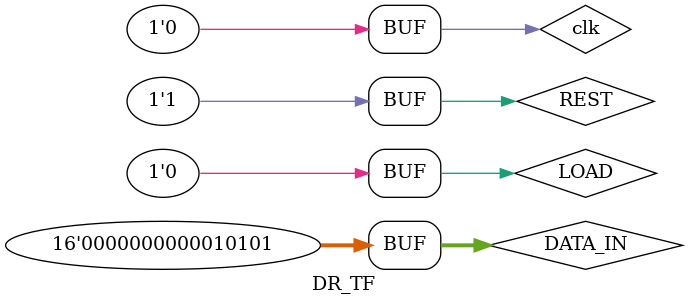
<source format=v>
`timescale 1ns / 1ps


module DR_TF;

	// Inputs
	reg [15:0] DATA_IN;
	reg REST;
	reg clk;
	reg LOAD;

	// Outputs
	wire [15:0] DATA_OUT;

	// Instantiate the Unit Under Test (UUT)
	DR uut (
		.DATA_IN(DATA_IN), 
		.REST(REST), 
		.clk(clk), 
		.DATA_OUT(DATA_OUT), 
		.LOAD(LOAD)
	);
	always
	begin
	clk = 1;
	#10;
	clk = 0;
	#10;
	end
	initial begin
		// Initialize Inputs
		DATA_IN = 0;
		REST = 1;
		LOAD = 0;
		// Wait 100 ns for global reset to finish
		#100;
      DATA_IN = 16'h0015;
		REST = 1;
		LOAD = 0;
		// Wait 100 ns for global reset to finish
		#100; 
		// Add stimulus here

	end
      
endmodule


</source>
